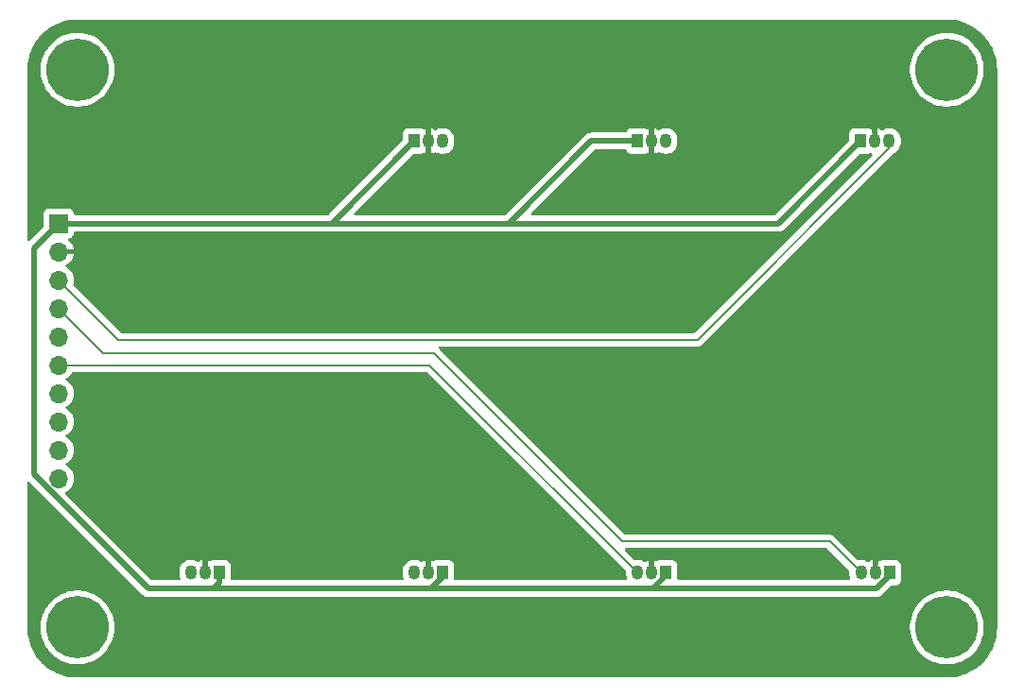
<source format=gbr>
%TF.GenerationSoftware,KiCad,Pcbnew,9.0.0*%
%TF.CreationDate,2025-06-04T23:48:26+02:00*%
%TF.ProjectId,uv_controler,75765f63-6f6e-4747-926f-6c65722e6b69,rev?*%
%TF.SameCoordinates,Original*%
%TF.FileFunction,Copper,L2,Bot*%
%TF.FilePolarity,Positive*%
%FSLAX46Y46*%
G04 Gerber Fmt 4.6, Leading zero omitted, Abs format (unit mm)*
G04 Created by KiCad (PCBNEW 9.0.0) date 2025-06-04 23:48:26*
%MOMM*%
%LPD*%
G01*
G04 APERTURE LIST*
%TA.AperFunction,ComponentPad*%
%ADD10O,1.050000X1.300000*%
%TD*%
%TA.AperFunction,ComponentPad*%
%ADD11R,1.050000X1.300000*%
%TD*%
%TA.AperFunction,ComponentPad*%
%ADD12C,5.600000*%
%TD*%
%TA.AperFunction,ComponentPad*%
%ADD13O,1.700000X1.700000*%
%TD*%
%TA.AperFunction,ComponentPad*%
%ADD14R,1.700000X1.700000*%
%TD*%
%TA.AperFunction,Conductor*%
%ADD15C,0.500000*%
%TD*%
%TA.AperFunction,Conductor*%
%ADD16C,0.200000*%
%TD*%
G04 APERTURE END LIST*
D10*
%TO.P,U8,3,OUTPUT*%
%TO.N,/SPEED_TOGGLE_D*%
X170175534Y-68397500D03*
%TO.P,U8,2,GND*%
%TO.N,GND1*%
X168905534Y-68397500D03*
D11*
%TO.P,U8,1,SUPPLY*%
%TO.N,+5VA*%
X167635534Y-68397500D03*
%TD*%
D12*
%TO.P,REF\u002A\u002A,1*%
%TO.N,N/C*%
X215335534Y-112000000D03*
%TD*%
D13*
%TO.P,J3,10,Pin_10*%
%TO.N,unconnected-(J3-Pin_10-Pad10)*%
X135800000Y-98640000D03*
%TO.P,J3,9,Pin_9*%
%TO.N,/UTIL_D*%
X135800000Y-96100000D03*
%TO.P,J3,8,Pin_8*%
%TO.N,/LIGHTS_TOGGLE_D*%
X135800000Y-93560000D03*
%TO.P,J3,7,Pin_7*%
%TO.N,/SPEED_TOGGLE_D*%
X135800000Y-91020000D03*
%TO.P,J3,6,Pin_6*%
%TO.N,/CAM_DOWN_D*%
X135800000Y-88480000D03*
%TO.P,J3,5,Pin_5*%
%TO.N,/CAM_UP_D*%
X135800000Y-85940000D03*
%TO.P,J3,4,Pin_4*%
%TO.N,/DOWN_D*%
X135800000Y-83400000D03*
%TO.P,J3,3,Pin_3*%
%TO.N,/UP_D*%
X135800000Y-80860000D03*
%TO.P,J3,2,Pin_2*%
%TO.N,GND1*%
X135800000Y-78320000D03*
D14*
%TO.P,J3,1,Pin_1*%
%TO.N,+5VA*%
X135800000Y-75780000D03*
%TD*%
D10*
%TO.P,U3,3,OUTPUT*%
%TO.N,/CAM_UP_D*%
X190175534Y-68397500D03*
%TO.P,U3,2,GND*%
%TO.N,GND1*%
X188905534Y-68397500D03*
D11*
%TO.P,U3,1,SUPPLY*%
%TO.N,+5VA*%
X187635534Y-68397500D03*
%TD*%
D10*
%TO.P,U5,3,OUTPUT*%
%TO.N,/UP_D*%
X210175534Y-68397500D03*
%TO.P,U5,2,GND*%
%TO.N,GND1*%
X208905534Y-68397500D03*
D11*
%TO.P,U5,1,SUPPLY*%
%TO.N,+5VA*%
X207635534Y-68397500D03*
%TD*%
D10*
%TO.P,U4,3,OUTPUT*%
%TO.N,/CAM_DOWN_D*%
X187645534Y-107097500D03*
%TO.P,U4,2,GND*%
%TO.N,GND1*%
X188915534Y-107097500D03*
D11*
%TO.P,U4,1,SUPPLY*%
%TO.N,+5VA*%
X190185534Y-107097500D03*
%TD*%
D12*
%TO.P,REF\u002A\u002A,1*%
%TO.N,N/C*%
X137485534Y-112000000D03*
%TD*%
D10*
%TO.P,U6,3,OUTPUT*%
%TO.N,/UTIL_D*%
X147645534Y-107097500D03*
%TO.P,U6,2,GND*%
%TO.N,GND1*%
X148915534Y-107097500D03*
D11*
%TO.P,U6,1,SUPPLY*%
%TO.N,+5VA*%
X150185534Y-107097500D03*
%TD*%
D10*
%TO.P,U7,3,OUTPUT*%
%TO.N,/LIGHTS_TOGGLE_D*%
X167645534Y-107097500D03*
%TO.P,U7,2,GND*%
%TO.N,GND1*%
X168915534Y-107097500D03*
D11*
%TO.P,U7,1,SUPPLY*%
%TO.N,+5VA*%
X170185534Y-107097500D03*
%TD*%
D12*
%TO.P,REF\u002A\u002A,1*%
%TO.N,N/C*%
X137485534Y-62000000D03*
%TD*%
D10*
%TO.P,U2,3,OUTPUT*%
%TO.N,/DOWN_D*%
X207645534Y-107097500D03*
%TO.P,U2,2,GND*%
%TO.N,GND1*%
X208915534Y-107097500D03*
D11*
%TO.P,U2,1,SUPPLY*%
%TO.N,+5VA*%
X210185534Y-107097500D03*
%TD*%
D12*
%TO.P,REF\u002A\u002A,1*%
%TO.N,N/C*%
X215335534Y-62000000D03*
%TD*%
D15*
%TO.N,+5VA*%
X169200000Y-108500000D02*
X169933034Y-108500000D01*
X135800000Y-75780000D02*
X133600000Y-77980000D01*
X189018306Y-108500000D02*
X169933034Y-108500000D01*
X135800000Y-75780000D02*
X160253034Y-75780000D01*
X133600000Y-77980000D02*
X133600000Y-98279892D01*
D16*
%TO.N,/DOWN_D*%
X186300000Y-104300000D02*
X169400000Y-87400000D01*
D15*
%TO.N,+5VA*%
X150185534Y-108014466D02*
X150185534Y-107097500D01*
X170185534Y-107514466D02*
X169200000Y-108500000D01*
X170185534Y-107097500D02*
X170185534Y-107514466D01*
X176120000Y-75780000D02*
X183502500Y-68397500D01*
D16*
%TO.N,/DOWN_D*%
X207645534Y-107097500D02*
X204848034Y-104300000D01*
D15*
%TO.N,+5VA*%
X200253034Y-75780000D02*
X207635534Y-68397500D01*
X190185534Y-107332772D02*
X189018306Y-108500000D01*
X183502500Y-68397500D02*
X187635534Y-68397500D01*
X150185534Y-106862228D02*
X150185534Y-107097500D01*
X160253034Y-75780000D02*
X167635534Y-68397500D01*
X209018306Y-108500000D02*
X210185534Y-107332772D01*
X176120000Y-75780000D02*
X200253034Y-75780000D01*
X143820108Y-108500000D02*
X149700000Y-108500000D01*
X149700000Y-108500000D02*
X169200000Y-108500000D01*
X170185534Y-106862228D02*
X170185534Y-107097500D01*
X160253034Y-75780000D02*
X176120000Y-75780000D01*
D16*
%TO.N,/CAM_DOWN_D*%
X169028034Y-88480000D02*
X135800000Y-88480000D01*
%TO.N,/UP_D*%
X210175534Y-68397500D02*
X210175534Y-69024466D01*
X210175534Y-69024466D02*
X193000000Y-86200000D01*
%TO.N,/DOWN_D*%
X204848034Y-104300000D02*
X186300000Y-104300000D01*
%TO.N,/UP_D*%
X193000000Y-86200000D02*
X141140000Y-86200000D01*
X141140000Y-86200000D02*
X135800000Y-80860000D01*
D15*
%TO.N,+5VA*%
X149700000Y-108500000D02*
X150185534Y-108014466D01*
X210185534Y-107332772D02*
X210185534Y-107097500D01*
X188400000Y-108500000D02*
X209018306Y-108500000D01*
D16*
%TO.N,/DOWN_D*%
X169400000Y-87400000D02*
X139800000Y-87400000D01*
%TO.N,/CAM_DOWN_D*%
X187645534Y-107097500D02*
X169028034Y-88480000D01*
D15*
%TO.N,+5VA*%
X133600000Y-98279892D02*
X143820108Y-108500000D01*
D16*
%TO.N,/DOWN_D*%
X139800000Y-87400000D02*
X135800000Y-83400000D01*
D15*
%TO.N,+5VA*%
X190185534Y-107097500D02*
X190185534Y-107332772D01*
%TD*%
%TA.AperFunction,Conductor*%
%TO.N,GND1*%
G36*
X215338233Y-57500618D02*
G01*
X215722295Y-57517388D01*
X215733037Y-57518328D01*
X216111497Y-57568156D01*
X216122124Y-57570029D01*
X216494802Y-57652652D01*
X216505240Y-57655449D01*
X216869288Y-57770235D01*
X216879438Y-57773930D01*
X217155332Y-57888211D01*
X217232091Y-57920006D01*
X217241895Y-57924578D01*
X217580474Y-58100833D01*
X217589821Y-58106229D01*
X217874808Y-58287788D01*
X217911751Y-58311324D01*
X217920612Y-58317528D01*
X218223405Y-58549871D01*
X218223442Y-58549899D01*
X218231729Y-58556853D01*
X218513146Y-58814726D01*
X218520795Y-58822375D01*
X218778671Y-59103800D01*
X218785624Y-59112087D01*
X219017982Y-59414904D01*
X219024187Y-59423765D01*
X219229280Y-59745698D01*
X219234688Y-59755066D01*
X219410933Y-60093631D01*
X219415505Y-60103435D01*
X219561576Y-60456082D01*
X219565275Y-60466245D01*
X219603397Y-60587153D01*
X219680057Y-60830285D01*
X219682853Y-60840719D01*
X219689401Y-60870253D01*
X219765472Y-61213391D01*
X219767350Y-61224044D01*
X219817171Y-61602474D01*
X219818114Y-61613250D01*
X219834916Y-61998067D01*
X219835034Y-62003476D01*
X219835034Y-111997293D01*
X219834916Y-112002702D01*
X219818148Y-112386753D01*
X219817205Y-112397529D01*
X219767384Y-112775958D01*
X219765506Y-112786612D01*
X219682887Y-113159279D01*
X219680087Y-113169727D01*
X219565309Y-113533760D01*
X219561609Y-113543926D01*
X219415536Y-113896579D01*
X219410964Y-113906383D01*
X219234718Y-114244950D01*
X219229310Y-114254318D01*
X219024215Y-114576254D01*
X219018010Y-114585115D01*
X218785650Y-114887934D01*
X218778697Y-114896221D01*
X218520819Y-115177648D01*
X218513170Y-115185297D01*
X218231745Y-115443178D01*
X218223464Y-115450126D01*
X218082859Y-115558018D01*
X217920640Y-115682494D01*
X217911779Y-115688698D01*
X217589849Y-115893793D01*
X217580480Y-115899202D01*
X217241913Y-116075449D01*
X217232110Y-116080021D01*
X216879454Y-116226099D01*
X216869288Y-116229799D01*
X216505254Y-116344580D01*
X216494805Y-116347380D01*
X216122143Y-116430000D01*
X216111490Y-116431878D01*
X215733058Y-116481702D01*
X215722282Y-116482645D01*
X215339012Y-116499382D01*
X215333602Y-116499500D01*
X137559031Y-116499500D01*
X137551426Y-116499499D01*
X137551423Y-116499499D01*
X137520961Y-116499499D01*
X137488233Y-116499499D01*
X137488232Y-116499498D01*
X137482827Y-116499381D01*
X137103017Y-116482802D01*
X137098777Y-116482616D01*
X137088002Y-116481674D01*
X136709750Y-116431878D01*
X136709568Y-116431854D01*
X136698915Y-116429976D01*
X136326250Y-116347361D01*
X136315801Y-116344561D01*
X135951763Y-116229781D01*
X135941598Y-116226081D01*
X135612278Y-116089675D01*
X135588954Y-116080014D01*
X135579152Y-116075444D01*
X135240571Y-115899192D01*
X135231202Y-115893783D01*
X135129833Y-115829204D01*
X134909263Y-115688687D01*
X134900415Y-115682490D01*
X134738197Y-115558018D01*
X134597589Y-115450126D01*
X134589302Y-115443173D01*
X134398909Y-115268712D01*
X134307863Y-115185284D01*
X134300220Y-115177640D01*
X134239443Y-115111314D01*
X134042349Y-114896224D01*
X134035397Y-114887939D01*
X133803026Y-114585110D01*
X133796821Y-114576248D01*
X133591726Y-114254314D01*
X133586332Y-114244973D01*
X133410073Y-113906383D01*
X133405501Y-113896579D01*
X133259427Y-113543929D01*
X133255727Y-113533764D01*
X133255726Y-113533760D01*
X133140943Y-113169715D01*
X133138147Y-113159279D01*
X133055526Y-112786604D01*
X133053650Y-112775958D01*
X133041143Y-112680956D01*
X133003826Y-112397508D01*
X133002886Y-112386771D01*
X132986152Y-112003479D01*
X132986034Y-111998071D01*
X132986034Y-111837857D01*
X134185034Y-111837857D01*
X134185034Y-112162143D01*
X134194588Y-112259152D01*
X134216818Y-112484857D01*
X134216821Y-112484874D01*
X134280079Y-112802902D01*
X134280082Y-112802913D01*
X134374220Y-113113247D01*
X134498320Y-113412849D01*
X134498322Y-113412854D01*
X134651180Y-113698830D01*
X134651191Y-113698848D01*
X134831345Y-113968467D01*
X134831355Y-113968481D01*
X135037080Y-114219158D01*
X135266375Y-114448453D01*
X135266380Y-114448457D01*
X135266381Y-114448458D01*
X135517058Y-114654183D01*
X135786692Y-114834347D01*
X135786701Y-114834352D01*
X135786703Y-114834353D01*
X136072679Y-114987211D01*
X136072681Y-114987211D01*
X136072687Y-114987215D01*
X136372288Y-115111314D01*
X136682611Y-115205449D01*
X136682617Y-115205450D01*
X136682620Y-115205451D01*
X136682631Y-115205454D01*
X136882062Y-115245122D01*
X137000666Y-115268714D01*
X137323391Y-115300500D01*
X137323394Y-115300500D01*
X137647674Y-115300500D01*
X137647677Y-115300500D01*
X137970402Y-115268714D01*
X138127829Y-115237399D01*
X138288436Y-115205454D01*
X138288447Y-115205451D01*
X138288447Y-115205450D01*
X138288457Y-115205449D01*
X138598780Y-115111314D01*
X138898381Y-114987215D01*
X139184376Y-114834347D01*
X139454010Y-114654183D01*
X139704687Y-114448458D01*
X139933992Y-114219153D01*
X140139717Y-113968476D01*
X140319881Y-113698842D01*
X140472749Y-113412847D01*
X140596848Y-113113246D01*
X140690983Y-112802923D01*
X140690985Y-112802913D01*
X140690988Y-112802902D01*
X140722933Y-112642295D01*
X140754248Y-112484868D01*
X140786034Y-112162143D01*
X140786034Y-111837857D01*
X212035034Y-111837857D01*
X212035034Y-112162143D01*
X212044588Y-112259152D01*
X212066818Y-112484857D01*
X212066821Y-112484874D01*
X212130079Y-112802902D01*
X212130082Y-112802913D01*
X212224220Y-113113247D01*
X212348320Y-113412849D01*
X212348322Y-113412854D01*
X212501180Y-113698830D01*
X212501191Y-113698848D01*
X212681345Y-113968467D01*
X212681355Y-113968481D01*
X212887080Y-114219158D01*
X213116375Y-114448453D01*
X213116380Y-114448457D01*
X213116381Y-114448458D01*
X213367058Y-114654183D01*
X213636692Y-114834347D01*
X213636701Y-114834352D01*
X213636703Y-114834353D01*
X213922679Y-114987211D01*
X213922681Y-114987211D01*
X213922687Y-114987215D01*
X214222288Y-115111314D01*
X214532611Y-115205449D01*
X214532617Y-115205450D01*
X214532620Y-115205451D01*
X214532631Y-115205454D01*
X214732062Y-115245122D01*
X214850666Y-115268714D01*
X215173391Y-115300500D01*
X215173394Y-115300500D01*
X215497674Y-115300500D01*
X215497677Y-115300500D01*
X215820402Y-115268714D01*
X215977829Y-115237399D01*
X216138436Y-115205454D01*
X216138447Y-115205451D01*
X216138447Y-115205450D01*
X216138457Y-115205449D01*
X216448780Y-115111314D01*
X216748381Y-114987215D01*
X217034376Y-114834347D01*
X217304010Y-114654183D01*
X217554687Y-114448458D01*
X217783992Y-114219153D01*
X217989717Y-113968476D01*
X218169881Y-113698842D01*
X218322749Y-113412847D01*
X218446848Y-113113246D01*
X218540983Y-112802923D01*
X218540985Y-112802913D01*
X218540988Y-112802902D01*
X218572933Y-112642295D01*
X218604248Y-112484868D01*
X218636034Y-112162143D01*
X218636034Y-111837857D01*
X218604248Y-111515132D01*
X218580656Y-111396528D01*
X218540988Y-111197097D01*
X218540985Y-111197086D01*
X218540984Y-111197083D01*
X218540983Y-111197077D01*
X218446848Y-110886754D01*
X218322749Y-110587153D01*
X218169881Y-110301158D01*
X217989717Y-110031524D01*
X217783992Y-109780847D01*
X217783991Y-109780846D01*
X217783987Y-109780841D01*
X217554692Y-109551546D01*
X217304015Y-109345821D01*
X217304014Y-109345820D01*
X217304010Y-109345817D01*
X217034376Y-109165653D01*
X217034371Y-109165650D01*
X217034364Y-109165646D01*
X216748388Y-109012788D01*
X216748383Y-109012786D01*
X216448781Y-108888686D01*
X216138447Y-108794548D01*
X216138436Y-108794545D01*
X215820408Y-108731287D01*
X215820391Y-108731284D01*
X215576346Y-108707248D01*
X215497677Y-108699500D01*
X215173391Y-108699500D01*
X215100633Y-108706666D01*
X214850676Y-108731284D01*
X214850659Y-108731287D01*
X214532631Y-108794545D01*
X214532620Y-108794548D01*
X214222286Y-108888686D01*
X213922684Y-109012786D01*
X213922679Y-109012788D01*
X213636703Y-109165646D01*
X213636685Y-109165657D01*
X213367066Y-109345811D01*
X213367052Y-109345821D01*
X213116375Y-109551546D01*
X212887080Y-109780841D01*
X212681355Y-110031518D01*
X212681345Y-110031532D01*
X212501191Y-110301151D01*
X212501180Y-110301169D01*
X212348322Y-110587145D01*
X212348320Y-110587150D01*
X212224220Y-110886752D01*
X212130082Y-111197086D01*
X212130079Y-111197097D01*
X212066821Y-111515125D01*
X212066818Y-111515142D01*
X212042200Y-111765099D01*
X212035034Y-111837857D01*
X140786034Y-111837857D01*
X140754248Y-111515132D01*
X140730656Y-111396528D01*
X140690988Y-111197097D01*
X140690985Y-111197086D01*
X140690984Y-111197083D01*
X140690983Y-111197077D01*
X140596848Y-110886754D01*
X140472749Y-110587153D01*
X140319881Y-110301158D01*
X140139717Y-110031524D01*
X139933992Y-109780847D01*
X139933991Y-109780846D01*
X139933987Y-109780841D01*
X139704692Y-109551546D01*
X139454015Y-109345821D01*
X139454014Y-109345820D01*
X139454010Y-109345817D01*
X139184376Y-109165653D01*
X139184371Y-109165650D01*
X139184364Y-109165646D01*
X138898388Y-109012788D01*
X138898383Y-109012786D01*
X138598781Y-108888686D01*
X138288447Y-108794548D01*
X138288436Y-108794545D01*
X137970408Y-108731287D01*
X137970391Y-108731284D01*
X137726346Y-108707248D01*
X137647677Y-108699500D01*
X137323391Y-108699500D01*
X137250633Y-108706666D01*
X137000676Y-108731284D01*
X137000659Y-108731287D01*
X136682631Y-108794545D01*
X136682620Y-108794548D01*
X136372286Y-108888686D01*
X136072684Y-109012786D01*
X136072679Y-109012788D01*
X135786703Y-109165646D01*
X135786685Y-109165657D01*
X135517066Y-109345811D01*
X135517052Y-109345821D01*
X135266375Y-109551546D01*
X135037080Y-109780841D01*
X134831355Y-110031518D01*
X134831345Y-110031532D01*
X134651191Y-110301151D01*
X134651180Y-110301169D01*
X134498322Y-110587145D01*
X134498320Y-110587150D01*
X134374220Y-110886752D01*
X134280082Y-111197086D01*
X134280079Y-111197097D01*
X134216821Y-111515125D01*
X134216818Y-111515142D01*
X134192200Y-111765099D01*
X134185034Y-111837857D01*
X132986034Y-111837857D01*
X132986034Y-99026656D01*
X133005719Y-98959617D01*
X133058523Y-98913862D01*
X133127681Y-98903918D01*
X133191237Y-98932943D01*
X133197715Y-98938975D01*
X143341688Y-109082948D01*
X143341692Y-109082951D01*
X143464606Y-109165080D01*
X143464619Y-109165087D01*
X143601190Y-109221656D01*
X143601195Y-109221658D01*
X143601199Y-109221658D01*
X143601200Y-109221659D01*
X143746187Y-109250500D01*
X143746190Y-109250500D01*
X209092226Y-109250500D01*
X209189768Y-109231096D01*
X209237219Y-109221658D01*
X209373801Y-109165084D01*
X209423035Y-109132186D01*
X209496722Y-109082952D01*
X210295354Y-108284317D01*
X210356677Y-108250833D01*
X210383035Y-108247999D01*
X210758405Y-108247999D01*
X210758406Y-108247999D01*
X210818017Y-108241591D01*
X210952865Y-108191296D01*
X211068080Y-108105046D01*
X211154330Y-107989831D01*
X211204625Y-107854983D01*
X211211034Y-107795373D01*
X211211033Y-106399628D01*
X211204625Y-106340017D01*
X211196704Y-106318781D01*
X211154331Y-106205171D01*
X211154327Y-106205164D01*
X211068081Y-106089955D01*
X211068078Y-106089952D01*
X210952869Y-106003706D01*
X210952862Y-106003702D01*
X210818016Y-105953408D01*
X210818017Y-105953408D01*
X210758417Y-105947001D01*
X210758415Y-105947000D01*
X210758407Y-105947000D01*
X210758398Y-105947000D01*
X209612663Y-105947000D01*
X209612657Y-105947001D01*
X209553050Y-105953408D01*
X209418205Y-106003702D01*
X209418200Y-106003705D01*
X209416630Y-106004881D01*
X209414792Y-106005566D01*
X209410420Y-106007954D01*
X209410076Y-106007325D01*
X209351165Y-106029296D01*
X209294870Y-106020173D01*
X209214518Y-105986890D01*
X209214511Y-105986888D01*
X209165534Y-105977145D01*
X209165534Y-106341829D01*
X209164823Y-106355084D01*
X209160035Y-106399623D01*
X209160034Y-106399637D01*
X209160034Y-106811670D01*
X209145789Y-106797425D01*
X209060279Y-106748056D01*
X208964904Y-106722500D01*
X208866164Y-106722500D01*
X208770789Y-106748056D01*
X208685279Y-106797425D01*
X208665534Y-106817170D01*
X208665534Y-105977146D01*
X208665533Y-105977145D01*
X208616556Y-105986888D01*
X208616549Y-105986890D01*
X208430015Y-106064154D01*
X208430013Y-106064155D01*
X208349871Y-106117704D01*
X208283194Y-106138581D01*
X208215814Y-106120096D01*
X208212092Y-106117704D01*
X208131288Y-106063712D01*
X207944661Y-105986409D01*
X207944653Y-105986407D01*
X207746541Y-105947000D01*
X207746537Y-105947000D01*
X207544531Y-105947000D01*
X207512315Y-105953408D01*
X207442498Y-105967295D01*
X207372907Y-105961066D01*
X207330627Y-105933358D01*
X205335624Y-103938355D01*
X205335622Y-103938352D01*
X205216751Y-103819481D01*
X205216750Y-103819480D01*
X205129938Y-103769360D01*
X205129938Y-103769359D01*
X205129934Y-103769358D01*
X205079819Y-103740423D01*
X204927091Y-103699499D01*
X204768977Y-103699499D01*
X204761381Y-103699499D01*
X204761365Y-103699500D01*
X186600097Y-103699500D01*
X186533058Y-103679815D01*
X186512416Y-103663181D01*
X169887590Y-87038355D01*
X169880521Y-87031286D01*
X169880520Y-87031284D01*
X169861413Y-87012177D01*
X169827931Y-86950856D01*
X169831811Y-86896619D01*
X169832916Y-86881166D01*
X169846520Y-86862994D01*
X169874789Y-86825231D01*
X169919674Y-86808491D01*
X169940252Y-86800816D01*
X169949098Y-86800500D01*
X192913331Y-86800500D01*
X192913347Y-86800501D01*
X192920943Y-86800501D01*
X193079054Y-86800501D01*
X193079057Y-86800501D01*
X193231785Y-86759577D01*
X193305289Y-86717139D01*
X193368716Y-86680520D01*
X193480520Y-86568716D01*
X193480520Y-86568714D01*
X193490724Y-86558511D01*
X193490728Y-86558506D01*
X210544247Y-69504987D01*
X210544250Y-69504986D01*
X210569866Y-69479368D01*
X210569868Y-69479368D01*
X210610088Y-69452494D01*
X210661290Y-69431286D01*
X210829252Y-69319058D01*
X210972092Y-69176218D01*
X211084320Y-69008256D01*
X211161625Y-68821627D01*
X211201034Y-68623503D01*
X211201034Y-68171497D01*
X211161625Y-67973373D01*
X211084320Y-67786744D01*
X211084316Y-67786737D01*
X210972092Y-67618781D01*
X210829252Y-67475941D01*
X210661296Y-67363717D01*
X210661286Y-67363712D01*
X210474661Y-67286409D01*
X210474653Y-67286407D01*
X210276541Y-67247000D01*
X210276537Y-67247000D01*
X210074531Y-67247000D01*
X210074526Y-67247000D01*
X209876414Y-67286407D01*
X209876406Y-67286409D01*
X209689777Y-67363714D01*
X209608973Y-67417704D01*
X209542295Y-67438581D01*
X209474916Y-67420095D01*
X209471193Y-67417703D01*
X209391060Y-67364159D01*
X209391047Y-67364152D01*
X209204518Y-67286890D01*
X209204511Y-67286888D01*
X209155534Y-67277145D01*
X209155534Y-68117170D01*
X209135789Y-68097425D01*
X209050279Y-68048056D01*
X208954904Y-68022500D01*
X208856164Y-68022500D01*
X208760789Y-68048056D01*
X208675279Y-68097425D01*
X208661033Y-68111671D01*
X208661033Y-67699628D01*
X208661032Y-67699623D01*
X208661031Y-67699616D01*
X208656244Y-67655077D01*
X208655534Y-67641824D01*
X208655534Y-67277146D01*
X208655533Y-67277145D01*
X208606556Y-67286888D01*
X208606549Y-67286890D01*
X208526197Y-67320173D01*
X208456727Y-67327642D01*
X208410811Y-67307654D01*
X208410648Y-67307954D01*
X208407300Y-67306126D01*
X208404433Y-67304877D01*
X208402865Y-67303704D01*
X208402864Y-67303703D01*
X208402862Y-67303702D01*
X208268016Y-67253408D01*
X208268017Y-67253408D01*
X208208417Y-67247001D01*
X208208415Y-67247000D01*
X208208407Y-67247000D01*
X208208398Y-67247000D01*
X207062663Y-67247000D01*
X207062657Y-67247001D01*
X207003050Y-67253408D01*
X206868205Y-67303702D01*
X206868198Y-67303706D01*
X206752989Y-67389952D01*
X206752986Y-67389955D01*
X206666740Y-67505164D01*
X206666736Y-67505171D01*
X206616442Y-67640017D01*
X206610035Y-67699616D01*
X206610034Y-67699628D01*
X206610034Y-68310270D01*
X206590349Y-68377309D01*
X206573715Y-68397951D01*
X199978485Y-74993181D01*
X199917162Y-75026666D01*
X199890804Y-75029500D01*
X178231230Y-75029500D01*
X178164191Y-75009815D01*
X178118436Y-74957011D01*
X178108492Y-74887853D01*
X178137517Y-74824297D01*
X178143549Y-74817819D01*
X183777048Y-69184319D01*
X183838371Y-69150834D01*
X183864729Y-69148000D01*
X186527743Y-69148000D01*
X186594782Y-69167685D01*
X186640537Y-69220489D01*
X186643925Y-69228667D01*
X186666736Y-69289828D01*
X186666740Y-69289835D01*
X186752986Y-69405044D01*
X186752989Y-69405047D01*
X186868198Y-69491293D01*
X186868205Y-69491297D01*
X187003051Y-69541591D01*
X187003050Y-69541591D01*
X187009978Y-69542335D01*
X187062661Y-69548000D01*
X188208406Y-69547999D01*
X188268017Y-69541591D01*
X188402865Y-69491296D01*
X188404427Y-69490126D01*
X188406256Y-69489444D01*
X188410652Y-69487044D01*
X188410996Y-69487675D01*
X188469888Y-69465704D01*
X188526198Y-69474826D01*
X188606551Y-69508109D01*
X188606559Y-69508111D01*
X188655534Y-69517853D01*
X188655534Y-69153171D01*
X188656245Y-69139915D01*
X188661033Y-69095381D01*
X188661034Y-69095373D01*
X188661033Y-68683329D01*
X188675279Y-68697575D01*
X188760789Y-68746944D01*
X188856164Y-68772500D01*
X188954904Y-68772500D01*
X189050279Y-68746944D01*
X189135789Y-68697575D01*
X189155534Y-68677830D01*
X189155534Y-69517852D01*
X189204508Y-69508112D01*
X189204517Y-69508109D01*
X189391049Y-69430846D01*
X189391052Y-69430844D01*
X189471192Y-69377296D01*
X189537869Y-69356417D01*
X189605250Y-69374901D01*
X189608956Y-69377283D01*
X189689778Y-69431286D01*
X189876407Y-69508591D01*
X190042311Y-69541591D01*
X190074526Y-69547999D01*
X190074530Y-69548000D01*
X190074531Y-69548000D01*
X190276538Y-69548000D01*
X190276539Y-69547999D01*
X190474661Y-69508591D01*
X190661290Y-69431286D01*
X190829252Y-69319058D01*
X190972092Y-69176218D01*
X191084320Y-69008256D01*
X191161625Y-68821627D01*
X191201034Y-68623503D01*
X191201034Y-68171497D01*
X191161625Y-67973373D01*
X191084320Y-67786744D01*
X191084316Y-67786737D01*
X190972092Y-67618781D01*
X190829252Y-67475941D01*
X190661296Y-67363717D01*
X190661286Y-67363712D01*
X190474661Y-67286409D01*
X190474653Y-67286407D01*
X190276541Y-67247000D01*
X190276537Y-67247000D01*
X190074531Y-67247000D01*
X190074526Y-67247000D01*
X189876414Y-67286407D01*
X189876406Y-67286409D01*
X189689777Y-67363714D01*
X189608973Y-67417704D01*
X189542295Y-67438581D01*
X189474916Y-67420095D01*
X189471193Y-67417703D01*
X189391060Y-67364159D01*
X189391047Y-67364152D01*
X189204518Y-67286890D01*
X189204511Y-67286888D01*
X189155534Y-67277145D01*
X189155534Y-68117170D01*
X189135789Y-68097425D01*
X189050279Y-68048056D01*
X188954904Y-68022500D01*
X188856164Y-68022500D01*
X188760789Y-68048056D01*
X188675279Y-68097425D01*
X188661033Y-68111670D01*
X188661033Y-67699628D01*
X188656244Y-67655077D01*
X188655534Y-67641824D01*
X188655534Y-67277146D01*
X188655533Y-67277145D01*
X188606556Y-67286888D01*
X188606549Y-67286890D01*
X188526197Y-67320173D01*
X188456727Y-67327642D01*
X188410811Y-67307654D01*
X188410648Y-67307954D01*
X188407300Y-67306126D01*
X188404433Y-67304877D01*
X188402865Y-67303704D01*
X188402864Y-67303703D01*
X188402862Y-67303702D01*
X188268016Y-67253408D01*
X188268017Y-67253408D01*
X188208417Y-67247001D01*
X188208415Y-67247000D01*
X188208407Y-67247000D01*
X188208398Y-67247000D01*
X187062663Y-67247000D01*
X187062657Y-67247001D01*
X187003050Y-67253408D01*
X186868205Y-67303702D01*
X186868198Y-67303706D01*
X186752989Y-67389952D01*
X186752986Y-67389955D01*
X186666740Y-67505164D01*
X186666736Y-67505171D01*
X186643925Y-67566333D01*
X186602054Y-67622267D01*
X186536590Y-67646684D01*
X186527743Y-67647000D01*
X183428576Y-67647000D01*
X183399742Y-67652734D01*
X183399743Y-67652735D01*
X183283593Y-67675839D01*
X183283589Y-67675840D01*
X183226162Y-67699628D01*
X183147006Y-67732415D01*
X183065697Y-67786744D01*
X183024082Y-67814549D01*
X183024079Y-67814552D01*
X175845451Y-74993181D01*
X175784128Y-75026666D01*
X175757770Y-75029500D01*
X162364264Y-75029500D01*
X162297225Y-75009815D01*
X162251470Y-74957011D01*
X162241526Y-74887853D01*
X162270551Y-74824297D01*
X162276583Y-74817819D01*
X167510082Y-69584318D01*
X167571405Y-69550833D01*
X167597763Y-69547999D01*
X168208405Y-69547999D01*
X168208406Y-69547999D01*
X168268017Y-69541591D01*
X168402865Y-69491296D01*
X168404427Y-69490126D01*
X168406256Y-69489444D01*
X168410652Y-69487044D01*
X168410996Y-69487675D01*
X168469888Y-69465704D01*
X168526198Y-69474826D01*
X168606551Y-69508109D01*
X168606559Y-69508111D01*
X168655534Y-69517853D01*
X168655534Y-69153171D01*
X168656245Y-69139915D01*
X168661033Y-69095381D01*
X168661034Y-69095373D01*
X168661033Y-68683329D01*
X168675279Y-68697575D01*
X168760789Y-68746944D01*
X168856164Y-68772500D01*
X168954904Y-68772500D01*
X169050279Y-68746944D01*
X169135789Y-68697575D01*
X169155534Y-68677830D01*
X169155534Y-69517852D01*
X169204508Y-69508112D01*
X169204517Y-69508109D01*
X169391049Y-69430846D01*
X169391052Y-69430844D01*
X169471192Y-69377296D01*
X169537869Y-69356417D01*
X169605250Y-69374901D01*
X169608956Y-69377283D01*
X169689778Y-69431286D01*
X169876407Y-69508591D01*
X170042311Y-69541591D01*
X170074526Y-69547999D01*
X170074530Y-69548000D01*
X170074531Y-69548000D01*
X170276538Y-69548000D01*
X170276539Y-69547999D01*
X170474661Y-69508591D01*
X170661290Y-69431286D01*
X170829252Y-69319058D01*
X170972092Y-69176218D01*
X171084320Y-69008256D01*
X171161625Y-68821627D01*
X171201034Y-68623503D01*
X171201034Y-68171497D01*
X171161625Y-67973373D01*
X171084320Y-67786744D01*
X171084316Y-67786737D01*
X170972092Y-67618781D01*
X170829252Y-67475941D01*
X170661296Y-67363717D01*
X170661286Y-67363712D01*
X170474661Y-67286409D01*
X170474653Y-67286407D01*
X170276541Y-67247000D01*
X170276537Y-67247000D01*
X170074531Y-67247000D01*
X170074526Y-67247000D01*
X169876414Y-67286407D01*
X169876406Y-67286409D01*
X169689777Y-67363714D01*
X169608973Y-67417704D01*
X169542295Y-67438581D01*
X169474916Y-67420095D01*
X169471193Y-67417703D01*
X169391060Y-67364159D01*
X169391047Y-67364152D01*
X169204518Y-67286890D01*
X169204511Y-67286888D01*
X169155534Y-67277145D01*
X169155534Y-68117170D01*
X169135789Y-68097425D01*
X169050279Y-68048056D01*
X168954904Y-68022500D01*
X168856164Y-68022500D01*
X168760789Y-68048056D01*
X168675279Y-68097425D01*
X168661033Y-68111670D01*
X168661033Y-67699628D01*
X168656244Y-67655077D01*
X168655534Y-67641824D01*
X168655534Y-67277146D01*
X168655533Y-67277145D01*
X168606556Y-67286888D01*
X168606549Y-67286890D01*
X168526197Y-67320173D01*
X168456727Y-67327642D01*
X168410811Y-67307654D01*
X168410648Y-67307954D01*
X168407300Y-67306126D01*
X168404433Y-67304877D01*
X168402865Y-67303704D01*
X168402864Y-67303703D01*
X168402862Y-67303702D01*
X168268016Y-67253408D01*
X168268017Y-67253408D01*
X168208417Y-67247001D01*
X168208415Y-67247000D01*
X168208407Y-67247000D01*
X168208398Y-67247000D01*
X167062663Y-67247000D01*
X167062657Y-67247001D01*
X167003050Y-67253408D01*
X166868205Y-67303702D01*
X166868198Y-67303706D01*
X166752989Y-67389952D01*
X166752986Y-67389955D01*
X166666740Y-67505164D01*
X166666736Y-67505171D01*
X166616442Y-67640017D01*
X166610035Y-67699616D01*
X166610034Y-67699628D01*
X166610034Y-68310270D01*
X166590349Y-68377309D01*
X166573715Y-68397951D01*
X159978485Y-74993181D01*
X159917162Y-75026666D01*
X159890804Y-75029500D01*
X137274499Y-75029500D01*
X137207460Y-75009815D01*
X137161705Y-74957011D01*
X137150499Y-74905500D01*
X137150499Y-74882129D01*
X137150498Y-74882123D01*
X137150497Y-74882116D01*
X137144091Y-74822517D01*
X137093796Y-74687669D01*
X137093795Y-74687668D01*
X137093793Y-74687664D01*
X137007547Y-74572455D01*
X137007544Y-74572452D01*
X136892335Y-74486206D01*
X136892328Y-74486202D01*
X136757482Y-74435908D01*
X136757483Y-74435908D01*
X136697883Y-74429501D01*
X136697881Y-74429500D01*
X136697873Y-74429500D01*
X136697864Y-74429500D01*
X134902129Y-74429500D01*
X134902123Y-74429501D01*
X134842516Y-74435908D01*
X134707671Y-74486202D01*
X134707664Y-74486206D01*
X134592455Y-74572452D01*
X134592452Y-74572455D01*
X134506206Y-74687664D01*
X134506202Y-74687671D01*
X134455908Y-74822517D01*
X134449501Y-74882116D01*
X134449501Y-74882123D01*
X134449500Y-74882135D01*
X134449500Y-76017769D01*
X134429815Y-76084808D01*
X134413181Y-76105450D01*
X133197715Y-77320916D01*
X133136392Y-77354401D01*
X133066700Y-77349417D01*
X133010767Y-77307545D01*
X132986350Y-77242081D01*
X132986034Y-77233235D01*
X132986034Y-62065890D01*
X132986035Y-62065887D01*
X132986034Y-62002695D01*
X132986152Y-61997291D01*
X132988910Y-61934108D01*
X132993111Y-61837860D01*
X134185034Y-61837860D01*
X134185034Y-62162139D01*
X134216818Y-62484857D01*
X134216821Y-62484874D01*
X134280079Y-62802902D01*
X134280082Y-62802913D01*
X134374220Y-63113247D01*
X134498320Y-63412849D01*
X134498322Y-63412854D01*
X134651180Y-63698830D01*
X134651191Y-63698848D01*
X134831345Y-63968467D01*
X134831355Y-63968481D01*
X135037080Y-64219158D01*
X135266375Y-64448453D01*
X135266380Y-64448457D01*
X135266381Y-64448458D01*
X135517058Y-64654183D01*
X135786692Y-64834347D01*
X135786701Y-64834352D01*
X135786703Y-64834353D01*
X136072679Y-64987211D01*
X136072681Y-64987211D01*
X136072687Y-64987215D01*
X136372288Y-65111314D01*
X136682611Y-65205449D01*
X136682617Y-65205450D01*
X136682620Y-65205451D01*
X136682631Y-65205454D01*
X136882062Y-65245122D01*
X137000666Y-65268714D01*
X137323391Y-65300500D01*
X137323394Y-65300500D01*
X137647674Y-65300500D01*
X137647677Y-65300500D01*
X137970402Y-65268714D01*
X138127829Y-65237399D01*
X138288436Y-65205454D01*
X138288447Y-65205451D01*
X138288447Y-65205450D01*
X138288457Y-65205449D01*
X138598780Y-65111314D01*
X138898381Y-64987215D01*
X139184376Y-64834347D01*
X139454010Y-64654183D01*
X139704687Y-64448458D01*
X139933992Y-64219153D01*
X140139717Y-63968476D01*
X140319881Y-63698842D01*
X140472749Y-63412847D01*
X140596848Y-63113246D01*
X140690983Y-62802923D01*
X140690985Y-62802913D01*
X140690988Y-62802902D01*
X140722933Y-62642295D01*
X140754248Y-62484868D01*
X140786034Y-62162143D01*
X140786034Y-61837860D01*
X212035034Y-61837860D01*
X212035034Y-62162139D01*
X212066818Y-62484857D01*
X212066821Y-62484874D01*
X212130079Y-62802902D01*
X212130082Y-62802913D01*
X212224220Y-63113247D01*
X212348320Y-63412849D01*
X212348322Y-63412854D01*
X212501180Y-63698830D01*
X212501191Y-63698848D01*
X212681345Y-63968467D01*
X212681355Y-63968481D01*
X212887080Y-64219158D01*
X213116375Y-64448453D01*
X213116380Y-64448457D01*
X213116381Y-64448458D01*
X213367058Y-64654183D01*
X213636692Y-64834347D01*
X213636701Y-64834352D01*
X213636703Y-64834353D01*
X213922679Y-64987211D01*
X213922681Y-64987211D01*
X213922687Y-64987215D01*
X214222288Y-65111314D01*
X214532611Y-65205449D01*
X214532617Y-65205450D01*
X214532620Y-65205451D01*
X214532631Y-65205454D01*
X214732062Y-65245122D01*
X214850666Y-65268714D01*
X215173391Y-65300500D01*
X215173394Y-65300500D01*
X215497674Y-65300500D01*
X215497677Y-65300500D01*
X215820402Y-65268714D01*
X215977829Y-65237399D01*
X216138436Y-65205454D01*
X216138447Y-65205451D01*
X216138447Y-65205450D01*
X216138457Y-65205449D01*
X216448780Y-65111314D01*
X216748381Y-64987215D01*
X217034376Y-64834347D01*
X217304010Y-64654183D01*
X217554687Y-64448458D01*
X217783992Y-64219153D01*
X217989717Y-63968476D01*
X218169881Y-63698842D01*
X218322749Y-63412847D01*
X218446848Y-63113246D01*
X218540983Y-62802923D01*
X218540985Y-62802913D01*
X218540988Y-62802902D01*
X218572933Y-62642295D01*
X218604248Y-62484868D01*
X218636034Y-62162143D01*
X218636034Y-61837857D01*
X218604248Y-61515132D01*
X218565245Y-61319049D01*
X218540988Y-61197097D01*
X218540985Y-61197086D01*
X218540984Y-61197083D01*
X218540983Y-61197077D01*
X218446848Y-60886754D01*
X218322749Y-60587153D01*
X218238301Y-60429163D01*
X218169887Y-60301169D01*
X218169886Y-60301167D01*
X218169881Y-60301158D01*
X217989717Y-60031524D01*
X217783992Y-59780847D01*
X217783991Y-59780846D01*
X217783987Y-59780841D01*
X217554692Y-59551546D01*
X217304015Y-59345821D01*
X217304014Y-59345820D01*
X217304010Y-59345817D01*
X217034376Y-59165653D01*
X217034371Y-59165650D01*
X217034364Y-59165646D01*
X216748388Y-59012788D01*
X216748383Y-59012786D01*
X216448781Y-58888686D01*
X216138447Y-58794548D01*
X216138436Y-58794545D01*
X215820408Y-58731287D01*
X215820391Y-58731284D01*
X215576346Y-58707248D01*
X215497677Y-58699500D01*
X215173391Y-58699500D01*
X215100633Y-58706666D01*
X214850676Y-58731284D01*
X214850659Y-58731287D01*
X214532631Y-58794545D01*
X214532620Y-58794548D01*
X214222286Y-58888686D01*
X213922684Y-59012786D01*
X213922679Y-59012788D01*
X213636703Y-59165646D01*
X213636685Y-59165657D01*
X213367066Y-59345811D01*
X213367052Y-59345821D01*
X213116375Y-59551546D01*
X212887080Y-59780841D01*
X212681355Y-60031518D01*
X212681345Y-60031532D01*
X212501191Y-60301151D01*
X212501180Y-60301169D01*
X212348322Y-60587145D01*
X212348320Y-60587150D01*
X212224220Y-60886752D01*
X212130082Y-61197086D01*
X212130079Y-61197097D01*
X212066821Y-61515125D01*
X212066818Y-61515142D01*
X212042200Y-61765099D01*
X212035867Y-61829406D01*
X212035034Y-61837860D01*
X140786034Y-61837860D01*
X140786034Y-61837857D01*
X140754248Y-61515132D01*
X140715245Y-61319049D01*
X140690988Y-61197097D01*
X140690985Y-61197086D01*
X140690984Y-61197083D01*
X140690983Y-61197077D01*
X140596848Y-60886754D01*
X140472749Y-60587153D01*
X140388301Y-60429163D01*
X140319887Y-60301169D01*
X140319886Y-60301167D01*
X140319881Y-60301158D01*
X140139717Y-60031524D01*
X139933992Y-59780847D01*
X139933991Y-59780846D01*
X139933987Y-59780841D01*
X139704692Y-59551546D01*
X139454015Y-59345821D01*
X139454014Y-59345820D01*
X139454010Y-59345817D01*
X139184376Y-59165653D01*
X139184371Y-59165650D01*
X139184364Y-59165646D01*
X138898388Y-59012788D01*
X138898383Y-59012786D01*
X138598781Y-58888686D01*
X138288447Y-58794548D01*
X138288436Y-58794545D01*
X137970408Y-58731287D01*
X137970391Y-58731284D01*
X137726346Y-58707248D01*
X137647677Y-58699500D01*
X137323391Y-58699500D01*
X137250633Y-58706666D01*
X137000676Y-58731284D01*
X137000659Y-58731287D01*
X136682631Y-58794545D01*
X136682620Y-58794548D01*
X136372286Y-58888686D01*
X136072684Y-59012786D01*
X136072679Y-59012788D01*
X135786703Y-59165646D01*
X135786685Y-59165657D01*
X135517066Y-59345811D01*
X135517052Y-59345821D01*
X135266375Y-59551546D01*
X135037080Y-59780841D01*
X134831355Y-60031518D01*
X134831345Y-60031532D01*
X134651191Y-60301151D01*
X134651180Y-60301169D01*
X134498322Y-60587145D01*
X134498320Y-60587150D01*
X134374220Y-60886752D01*
X134280082Y-61197086D01*
X134280079Y-61197097D01*
X134216821Y-61515125D01*
X134216818Y-61515142D01*
X134192200Y-61765099D01*
X134185867Y-61829406D01*
X134185034Y-61837860D01*
X132993111Y-61837860D01*
X133002916Y-61613240D01*
X133003859Y-61602466D01*
X133015357Y-61515125D01*
X133053680Y-61224013D01*
X133055550Y-61213405D01*
X133138172Y-60840705D01*
X133140969Y-60830270D01*
X133217625Y-60587145D01*
X133255748Y-60466228D01*
X133259448Y-60456065D01*
X133323607Y-60301169D01*
X133405523Y-60103403D01*
X133410080Y-60093631D01*
X133586344Y-59755026D01*
X133591737Y-59745685D01*
X133796844Y-59423728D01*
X133803034Y-59414889D01*
X134035406Y-59112056D01*
X134042356Y-59103773D01*
X134125731Y-59012785D01*
X134300256Y-58822323D01*
X134307871Y-58814709D01*
X134589311Y-58556816D01*
X134597579Y-58549878D01*
X134900425Y-58317498D01*
X134909265Y-58311308D01*
X135231222Y-58106199D01*
X135240567Y-58100804D01*
X135579163Y-57924543D01*
X135588941Y-57919984D01*
X135941602Y-57773909D01*
X135951765Y-57770210D01*
X136315826Y-57655424D01*
X136326229Y-57652637D01*
X136698932Y-57570013D01*
X136709555Y-57568140D01*
X137088001Y-57518319D01*
X137098774Y-57517377D01*
X137482690Y-57500617D01*
X137488095Y-57500500D01*
X137551422Y-57500501D01*
X137551426Y-57500500D01*
X215269638Y-57500500D01*
X215332824Y-57500500D01*
X215338233Y-57500618D01*
G37*
%TD.AperFunction*%
%TA.AperFunction,Conductor*%
G36*
X168794976Y-89100185D02*
G01*
X168815618Y-89116819D01*
X186583715Y-106884916D01*
X186617200Y-106946239D01*
X186620034Y-106972597D01*
X186620034Y-107323507D01*
X186659441Y-107521619D01*
X186659443Y-107521627D01*
X186682813Y-107578047D01*
X186690282Y-107647517D01*
X186659007Y-107709996D01*
X186598918Y-107745648D01*
X186568252Y-107749500D01*
X171335034Y-107749500D01*
X171267995Y-107729815D01*
X171222240Y-107677011D01*
X171211034Y-107625500D01*
X171211033Y-106399629D01*
X171211032Y-106399623D01*
X171211031Y-106399617D01*
X171204625Y-106340017D01*
X171196704Y-106318781D01*
X171154331Y-106205171D01*
X171154327Y-106205164D01*
X171068081Y-106089955D01*
X171068078Y-106089952D01*
X170952869Y-106003706D01*
X170952862Y-106003702D01*
X170818016Y-105953408D01*
X170818017Y-105953408D01*
X170758417Y-105947001D01*
X170758415Y-105947000D01*
X170758407Y-105947000D01*
X170758398Y-105947000D01*
X169612663Y-105947000D01*
X169612657Y-105947001D01*
X169553050Y-105953408D01*
X169418205Y-106003702D01*
X169418200Y-106003705D01*
X169416630Y-106004881D01*
X169414792Y-106005566D01*
X169410420Y-106007954D01*
X169410076Y-106007325D01*
X169351165Y-106029296D01*
X169294870Y-106020173D01*
X169214518Y-105986890D01*
X169214511Y-105986888D01*
X169165534Y-105977145D01*
X169165534Y-106341829D01*
X169164823Y-106355084D01*
X169160035Y-106399623D01*
X169160034Y-106399637D01*
X169160034Y-106811670D01*
X169145789Y-106797425D01*
X169060279Y-106748056D01*
X168964904Y-106722500D01*
X168866164Y-106722500D01*
X168770789Y-106748056D01*
X168685279Y-106797425D01*
X168665534Y-106817170D01*
X168665534Y-105977146D01*
X168665533Y-105977145D01*
X168616556Y-105986888D01*
X168616549Y-105986890D01*
X168430015Y-106064154D01*
X168430013Y-106064155D01*
X168349871Y-106117704D01*
X168283194Y-106138581D01*
X168215814Y-106120096D01*
X168212092Y-106117704D01*
X168131288Y-106063712D01*
X167944661Y-105986409D01*
X167944653Y-105986407D01*
X167746541Y-105947000D01*
X167746537Y-105947000D01*
X167544531Y-105947000D01*
X167544526Y-105947000D01*
X167346414Y-105986407D01*
X167346406Y-105986409D01*
X167159781Y-106063712D01*
X167159771Y-106063717D01*
X166991815Y-106175941D01*
X166848975Y-106318781D01*
X166736751Y-106486737D01*
X166736746Y-106486747D01*
X166659443Y-106673372D01*
X166659441Y-106673380D01*
X166620034Y-106871492D01*
X166620034Y-107323507D01*
X166659441Y-107521619D01*
X166659443Y-107521627D01*
X166682813Y-107578047D01*
X166690282Y-107647517D01*
X166659007Y-107709996D01*
X166598918Y-107745648D01*
X166568252Y-107749500D01*
X151335034Y-107749500D01*
X151267995Y-107729815D01*
X151222240Y-107677011D01*
X151211034Y-107625500D01*
X151211033Y-106399629D01*
X151211032Y-106399623D01*
X151211031Y-106399617D01*
X151204625Y-106340017D01*
X151196704Y-106318781D01*
X151154331Y-106205171D01*
X151154327Y-106205164D01*
X151068081Y-106089955D01*
X151068078Y-106089952D01*
X150952869Y-106003706D01*
X150952862Y-106003702D01*
X150818016Y-105953408D01*
X150818017Y-105953408D01*
X150758417Y-105947001D01*
X150758415Y-105947000D01*
X150758407Y-105947000D01*
X150758398Y-105947000D01*
X149612663Y-105947000D01*
X149612657Y-105947001D01*
X149553050Y-105953408D01*
X149418205Y-106003702D01*
X149418200Y-106003705D01*
X149416630Y-106004881D01*
X149414792Y-106005566D01*
X149410420Y-106007954D01*
X149410076Y-106007325D01*
X149351165Y-106029296D01*
X149294870Y-106020173D01*
X149214518Y-105986890D01*
X149214511Y-105986888D01*
X149165534Y-105977145D01*
X149165534Y-106341829D01*
X149164823Y-106355084D01*
X149160034Y-106399627D01*
X149160034Y-106811670D01*
X149145789Y-106797425D01*
X149060279Y-106748056D01*
X148964904Y-106722500D01*
X148866164Y-106722500D01*
X148770789Y-106748056D01*
X148685279Y-106797425D01*
X148665534Y-106817170D01*
X148665534Y-105977146D01*
X148665533Y-105977145D01*
X148616556Y-105986888D01*
X148616549Y-105986890D01*
X148430015Y-106064154D01*
X148430013Y-106064155D01*
X148349871Y-106117704D01*
X148283194Y-106138581D01*
X148215814Y-106120096D01*
X148212092Y-106117704D01*
X148131288Y-106063712D01*
X147944661Y-105986409D01*
X147944653Y-105986407D01*
X147746541Y-105947000D01*
X147746537Y-105947000D01*
X147544531Y-105947000D01*
X147544526Y-105947000D01*
X147346414Y-105986407D01*
X147346406Y-105986409D01*
X147159781Y-106063712D01*
X147159771Y-106063717D01*
X146991815Y-106175941D01*
X146848975Y-106318781D01*
X146736751Y-106486737D01*
X146736746Y-106486747D01*
X146659443Y-106673372D01*
X146659441Y-106673380D01*
X146620034Y-106871492D01*
X146620034Y-107323507D01*
X146659441Y-107521619D01*
X146659443Y-107521627D01*
X146682813Y-107578047D01*
X146690282Y-107647517D01*
X146659007Y-107709996D01*
X146598918Y-107745648D01*
X146568252Y-107749500D01*
X144182337Y-107749500D01*
X144115298Y-107729815D01*
X144094656Y-107713181D01*
X136409033Y-100027557D01*
X136375548Y-99966234D01*
X136380532Y-99896542D01*
X136422404Y-99840609D01*
X136440420Y-99829391D01*
X136449780Y-99824621D01*
X136507816Y-99795051D01*
X136559255Y-99757678D01*
X136679786Y-99670109D01*
X136679788Y-99670106D01*
X136679792Y-99670104D01*
X136830104Y-99519792D01*
X136830106Y-99519788D01*
X136830109Y-99519786D01*
X136955048Y-99347820D01*
X136955047Y-99347820D01*
X136955051Y-99347816D01*
X137051557Y-99158412D01*
X137117246Y-98956243D01*
X137150500Y-98746287D01*
X137150500Y-98533713D01*
X137117246Y-98323757D01*
X137051557Y-98121588D01*
X136955051Y-97932184D01*
X136955049Y-97932181D01*
X136955048Y-97932179D01*
X136830109Y-97760213D01*
X136679786Y-97609890D01*
X136507820Y-97484951D01*
X136507115Y-97484591D01*
X136499054Y-97480485D01*
X136448259Y-97432512D01*
X136431463Y-97364692D01*
X136453999Y-97298556D01*
X136499054Y-97259515D01*
X136507816Y-97255051D01*
X136529789Y-97239086D01*
X136679786Y-97130109D01*
X136679788Y-97130106D01*
X136679792Y-97130104D01*
X136830104Y-96979792D01*
X136830106Y-96979788D01*
X136830109Y-96979786D01*
X136955048Y-96807820D01*
X136955047Y-96807820D01*
X136955051Y-96807816D01*
X137051557Y-96618412D01*
X137117246Y-96416243D01*
X137150500Y-96206287D01*
X137150500Y-95993713D01*
X137117246Y-95783757D01*
X137051557Y-95581588D01*
X136955051Y-95392184D01*
X136955049Y-95392181D01*
X136955048Y-95392179D01*
X136830109Y-95220213D01*
X136679786Y-95069890D01*
X136507820Y-94944951D01*
X136507115Y-94944591D01*
X136499054Y-94940485D01*
X136448259Y-94892512D01*
X136431463Y-94824692D01*
X136453999Y-94758556D01*
X136499054Y-94719515D01*
X136507816Y-94715051D01*
X136529789Y-94699086D01*
X136679786Y-94590109D01*
X136679788Y-94590106D01*
X136679792Y-94590104D01*
X136830104Y-94439792D01*
X136830106Y-94439788D01*
X136830109Y-94439786D01*
X136955048Y-94267820D01*
X136955047Y-94267820D01*
X136955051Y-94267816D01*
X137051557Y-94078412D01*
X137117246Y-93876243D01*
X137150500Y-93666287D01*
X137150500Y-93453713D01*
X137117246Y-93243757D01*
X137051557Y-93041588D01*
X136955051Y-92852184D01*
X136955049Y-92852181D01*
X136955048Y-92852179D01*
X136830109Y-92680213D01*
X136679786Y-92529890D01*
X136507820Y-92404951D01*
X136507115Y-92404591D01*
X136499054Y-92400485D01*
X136448259Y-92352512D01*
X136431463Y-92284692D01*
X136453999Y-92218556D01*
X136499054Y-92179515D01*
X136507816Y-92175051D01*
X136529789Y-92159086D01*
X136679786Y-92050109D01*
X136679788Y-92050106D01*
X136679792Y-92050104D01*
X136830104Y-91899792D01*
X136830106Y-91899788D01*
X136830109Y-91899786D01*
X136955048Y-91727820D01*
X136955047Y-91727820D01*
X136955051Y-91727816D01*
X137051557Y-91538412D01*
X137117246Y-91336243D01*
X137150500Y-91126287D01*
X137150500Y-90913713D01*
X137117246Y-90703757D01*
X137051557Y-90501588D01*
X136955051Y-90312184D01*
X136955049Y-90312181D01*
X136955048Y-90312179D01*
X136830109Y-90140213D01*
X136679786Y-89989890D01*
X136507820Y-89864951D01*
X136507115Y-89864591D01*
X136499054Y-89860485D01*
X136448259Y-89812512D01*
X136431463Y-89744692D01*
X136453999Y-89678556D01*
X136499054Y-89639515D01*
X136507816Y-89635051D01*
X136529789Y-89619086D01*
X136679786Y-89510109D01*
X136679788Y-89510106D01*
X136679792Y-89510104D01*
X136830104Y-89359792D01*
X136830106Y-89359788D01*
X136830109Y-89359786D01*
X136888661Y-89279193D01*
X136955051Y-89187816D01*
X136955349Y-89187230D01*
X136975235Y-89148205D01*
X137023209Y-89097409D01*
X137085719Y-89080500D01*
X168727937Y-89080500D01*
X168794976Y-89100185D01*
G37*
%TD.AperFunction*%
%TA.AperFunction,Conductor*%
G36*
X204614976Y-104920185D02*
G01*
X204635618Y-104936819D01*
X206583715Y-106884916D01*
X206617200Y-106946239D01*
X206620034Y-106972597D01*
X206620034Y-107323507D01*
X206659441Y-107521619D01*
X206659443Y-107521627D01*
X206682813Y-107578047D01*
X206690282Y-107647517D01*
X206659007Y-107709996D01*
X206598918Y-107745648D01*
X206568252Y-107749500D01*
X191335034Y-107749500D01*
X191267995Y-107729815D01*
X191222240Y-107677011D01*
X191211034Y-107625500D01*
X191211033Y-106399629D01*
X191211032Y-106399623D01*
X191211031Y-106399617D01*
X191204625Y-106340017D01*
X191196704Y-106318781D01*
X191154331Y-106205171D01*
X191154327Y-106205164D01*
X191068081Y-106089955D01*
X191068078Y-106089952D01*
X190952869Y-106003706D01*
X190952862Y-106003702D01*
X190818016Y-105953408D01*
X190818017Y-105953408D01*
X190758417Y-105947001D01*
X190758415Y-105947000D01*
X190758407Y-105947000D01*
X190758398Y-105947000D01*
X189612663Y-105947000D01*
X189612657Y-105947001D01*
X189553050Y-105953408D01*
X189418205Y-106003702D01*
X189418200Y-106003705D01*
X189416630Y-106004881D01*
X189414792Y-106005566D01*
X189410420Y-106007954D01*
X189410076Y-106007325D01*
X189351165Y-106029296D01*
X189294870Y-106020173D01*
X189214518Y-105986890D01*
X189214511Y-105986888D01*
X189165534Y-105977145D01*
X189165534Y-106341829D01*
X189164823Y-106355084D01*
X189160035Y-106399623D01*
X189160034Y-106399637D01*
X189160034Y-106811670D01*
X189145789Y-106797425D01*
X189060279Y-106748056D01*
X188964904Y-106722500D01*
X188866164Y-106722500D01*
X188770789Y-106748056D01*
X188685279Y-106797425D01*
X188665534Y-106817170D01*
X188665534Y-105977146D01*
X188665533Y-105977145D01*
X188616556Y-105986888D01*
X188616549Y-105986890D01*
X188430015Y-106064154D01*
X188430013Y-106064155D01*
X188349871Y-106117704D01*
X188283194Y-106138581D01*
X188215814Y-106120096D01*
X188212092Y-106117704D01*
X188131288Y-106063712D01*
X187944661Y-105986409D01*
X187944653Y-105986407D01*
X187746541Y-105947000D01*
X187746537Y-105947000D01*
X187544531Y-105947000D01*
X187512315Y-105953408D01*
X187442498Y-105967295D01*
X187372907Y-105961066D01*
X187330627Y-105933358D01*
X186509450Y-105112181D01*
X186475965Y-105050858D01*
X186480949Y-104981166D01*
X186522821Y-104925233D01*
X186588285Y-104900816D01*
X186597131Y-104900500D01*
X204547937Y-104900500D01*
X204614976Y-104920185D01*
G37*
%TD.AperFunction*%
%TA.AperFunction,Conductor*%
G36*
X208526198Y-69474826D02*
G01*
X208602048Y-69506244D01*
X208656451Y-69550085D01*
X208678516Y-69616379D01*
X208661237Y-69684078D01*
X208642276Y-69708486D01*
X192787584Y-85563181D01*
X192726261Y-85596666D01*
X192699903Y-85599500D01*
X141440097Y-85599500D01*
X141373058Y-85579815D01*
X141352416Y-85563181D01*
X137133757Y-81344522D01*
X137100272Y-81283199D01*
X137103507Y-81218523D01*
X137117246Y-81176243D01*
X137150500Y-80966287D01*
X137150500Y-80753713D01*
X137117246Y-80543757D01*
X137051557Y-80341588D01*
X136955051Y-80152184D01*
X136955049Y-80152181D01*
X136955048Y-80152179D01*
X136830109Y-79980213D01*
X136679786Y-79829890D01*
X136507817Y-79704949D01*
X136498504Y-79700204D01*
X136447707Y-79652230D01*
X136430912Y-79584409D01*
X136453449Y-79518274D01*
X136498507Y-79479232D01*
X136507558Y-79474620D01*
X136679459Y-79349727D01*
X136679464Y-79349723D01*
X136829723Y-79199464D01*
X136829727Y-79199459D01*
X136954620Y-79027557D01*
X137051095Y-78838217D01*
X137116757Y-78636129D01*
X137116757Y-78636126D01*
X137127231Y-78570000D01*
X136233012Y-78570000D01*
X136265925Y-78512993D01*
X136300000Y-78385826D01*
X136300000Y-78254174D01*
X136265925Y-78127007D01*
X136233012Y-78070000D01*
X137127231Y-78070000D01*
X137116757Y-78003873D01*
X137116757Y-78003870D01*
X137051095Y-77801782D01*
X136954620Y-77612442D01*
X136829727Y-77440540D01*
X136829723Y-77440535D01*
X136716053Y-77326865D01*
X136682568Y-77265542D01*
X136687552Y-77195850D01*
X136729424Y-77139917D01*
X136760400Y-77123002D01*
X136892331Y-77073796D01*
X137007546Y-76987546D01*
X137093796Y-76872331D01*
X137144091Y-76737483D01*
X137150500Y-76677873D01*
X137150500Y-76654500D01*
X137170185Y-76587461D01*
X137222989Y-76541706D01*
X137274500Y-76530500D01*
X200326954Y-76530500D01*
X200424496Y-76511096D01*
X200471947Y-76501658D01*
X200608529Y-76445084D01*
X200657763Y-76412186D01*
X200731450Y-76362952D01*
X207510082Y-69584317D01*
X207571405Y-69550833D01*
X207597763Y-69547999D01*
X208208405Y-69547999D01*
X208208406Y-69547999D01*
X208268017Y-69541591D01*
X208402865Y-69491296D01*
X208404427Y-69490126D01*
X208406256Y-69489444D01*
X208410652Y-69487044D01*
X208410996Y-69487675D01*
X208469888Y-69465704D01*
X208526198Y-69474826D01*
G37*
%TD.AperFunction*%
%TD*%
M02*

</source>
